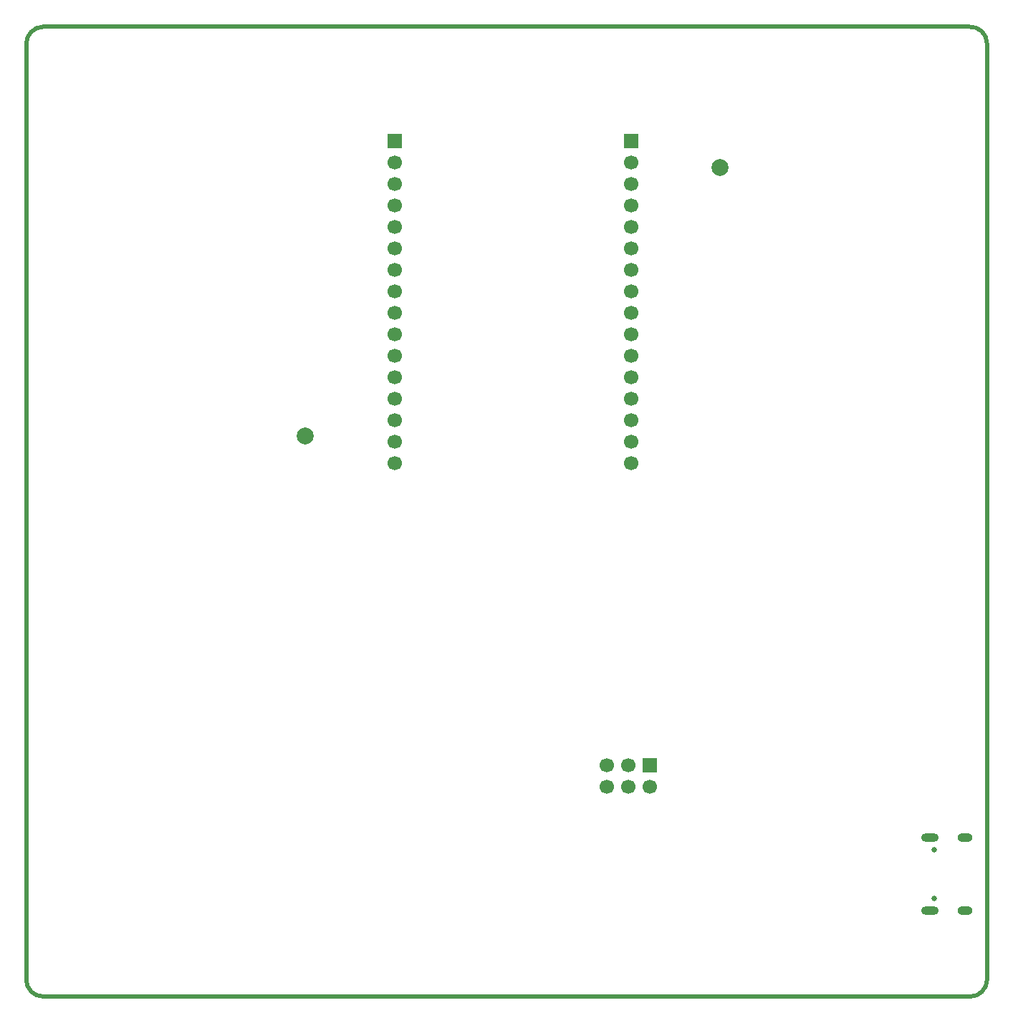
<source format=gbr>
%TF.GenerationSoftware,KiCad,Pcbnew,9.0.6*%
%TF.CreationDate,2026-01-20T12:02:49+00:00*%
%TF.ProjectId,OE PyBoard tester,4f452050-7942-46f6-9172-642074657374,rev?*%
%TF.SameCoordinates,Original*%
%TF.FileFunction,Soldermask,Bot*%
%TF.FilePolarity,Negative*%
%FSLAX46Y46*%
G04 Gerber Fmt 4.6, Leading zero omitted, Abs format (unit mm)*
G04 Created by KiCad (PCBNEW 9.0.6) date 2026-01-20 12:02:49*
%MOMM*%
%LPD*%
G01*
G04 APERTURE LIST*
%ADD10R,1.700000X1.700000*%
%ADD11C,1.700000*%
%ADD12C,2.000000*%
%ADD13C,0.650000*%
%ADD14O,2.100000X1.000000*%
%ADD15O,1.800000X1.000000*%
%TA.AperFunction,Profile*%
%ADD16C,0.500000*%
%TD*%
G04 APERTURE END LIST*
D10*
%TO.C,J5*%
X155314000Y-50194800D03*
D11*
X155314000Y-52734800D03*
X155314000Y-55274800D03*
X155314000Y-57814800D03*
X155314000Y-60354800D03*
X155314000Y-62894800D03*
X155314000Y-65434800D03*
X155314000Y-67974800D03*
X155314000Y-70514800D03*
X155314000Y-73054800D03*
X155314000Y-75594800D03*
X155314000Y-78134800D03*
X155314000Y-80674800D03*
X155314000Y-83214800D03*
X155314000Y-85754800D03*
X155314000Y-88294800D03*
%TD*%
D12*
%TO.C,TP27*%
X116790681Y-85109856D03*
%TD*%
D10*
%TO.C,J2*%
X157490000Y-124075000D03*
D11*
X157490000Y-126615000D03*
X154950000Y-124075000D03*
X154950000Y-126615000D03*
X152410000Y-124075000D03*
X152410000Y-126615000D03*
%TD*%
D13*
%TO.C,J1*%
X191070000Y-139840000D03*
X191070000Y-134060000D03*
D14*
X190570000Y-141270000D03*
D15*
X194750000Y-141270000D03*
D14*
X190570000Y-132630000D03*
D15*
X194750000Y-132630000D03*
%TD*%
D12*
%TO.C,TP6*%
X165814000Y-53368133D03*
%TD*%
D10*
%TO.C,J4*%
X127380000Y-50206800D03*
D11*
X127380000Y-52746800D03*
X127380000Y-55286800D03*
X127380000Y-57826800D03*
X127380000Y-60366800D03*
X127380000Y-62906800D03*
X127380000Y-65446800D03*
X127380000Y-67986800D03*
X127380000Y-70526800D03*
X127380000Y-73066800D03*
X127380000Y-75606800D03*
X127380000Y-78146800D03*
X127380000Y-80686800D03*
X127380000Y-83226800D03*
X127380000Y-85766800D03*
X127380000Y-88306800D03*
%TD*%
D16*
X197350000Y-38700000D02*
X197350000Y-149400000D01*
X85800000Y-151400000D02*
G75*
G02*
X83800000Y-149400000I0J2000000D01*
G01*
X85792517Y-36714214D02*
X195250000Y-36700000D01*
X195350000Y-151400000D02*
X85800000Y-151400000D01*
X195250000Y-36700000D02*
G75*
G02*
X197349980Y-38700000I97600J-2000000D01*
G01*
X83800000Y-149400000D02*
X83800000Y-38714214D01*
X197350000Y-149400000D02*
G75*
G02*
X195350000Y-151400000I-2000000J0D01*
G01*
X83800000Y-38714214D02*
G75*
G02*
X85800000Y-36714200I2000000J14D01*
G01*
M02*

</source>
